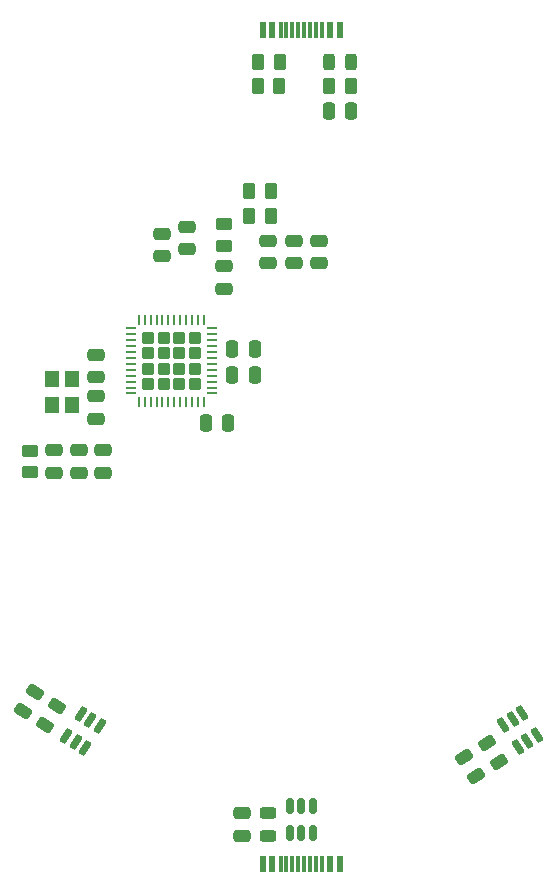
<source format=gbr>
%TF.GenerationSoftware,KiCad,Pcbnew,(6.0.8)*%
%TF.CreationDate,2022-12-04T22:26:40-08:00*%
%TF.ProjectId,Anduril USB Hub,416e6475-7269-46c2-9055-534220487562,rev?*%
%TF.SameCoordinates,Original*%
%TF.FileFunction,Paste,Top*%
%TF.FilePolarity,Positive*%
%FSLAX46Y46*%
G04 Gerber Fmt 4.6, Leading zero omitted, Abs format (unit mm)*
G04 Created by KiCad (PCBNEW (6.0.8)) date 2022-12-04 22:26:40*
%MOMM*%
%LPD*%
G01*
G04 APERTURE LIST*
G04 Aperture macros list*
%AMRoundRect*
0 Rectangle with rounded corners*
0 $1 Rounding radius*
0 $2 $3 $4 $5 $6 $7 $8 $9 X,Y pos of 4 corners*
0 Add a 4 corners polygon primitive as box body*
4,1,4,$2,$3,$4,$5,$6,$7,$8,$9,$2,$3,0*
0 Add four circle primitives for the rounded corners*
1,1,$1+$1,$2,$3*
1,1,$1+$1,$4,$5*
1,1,$1+$1,$6,$7*
1,1,$1+$1,$8,$9*
0 Add four rect primitives between the rounded corners*
20,1,$1+$1,$2,$3,$4,$5,0*
20,1,$1+$1,$4,$5,$6,$7,0*
20,1,$1+$1,$6,$7,$8,$9,0*
20,1,$1+$1,$8,$9,$2,$3,0*%
G04 Aperture macros list end*
%ADD10RoundRect,0.250000X-0.534936X-0.044369X-0.266286X-0.466065X0.534936X0.044369X0.266286X0.466065X0*%
%ADD11RoundRect,0.250000X-0.475000X0.250000X-0.475000X-0.250000X0.475000X-0.250000X0.475000X0.250000X0*%
%ADD12RoundRect,0.150000X0.401875X-0.351643X-0.148857X0.512833X-0.401875X0.351643X0.148857X-0.512833X0*%
%ADD13RoundRect,0.243750X0.456250X-0.243750X0.456250X0.243750X-0.456250X0.243750X-0.456250X-0.243750X0*%
%ADD14RoundRect,0.250000X0.262500X0.450000X-0.262500X0.450000X-0.262500X-0.450000X0.262500X-0.450000X0*%
%ADD15RoundRect,0.250000X-0.262500X-0.450000X0.262500X-0.450000X0.262500X0.450000X-0.262500X0.450000X0*%
%ADD16RoundRect,0.250000X-0.450000X0.262500X-0.450000X-0.262500X0.450000X-0.262500X0.450000X0.262500X0*%
%ADD17RoundRect,0.250000X0.475000X-0.250000X0.475000X0.250000X-0.475000X0.250000X-0.475000X-0.250000X0*%
%ADD18RoundRect,0.150000X0.150000X-0.512500X0.150000X0.512500X-0.150000X0.512500X-0.150000X-0.512500X0*%
%ADD19RoundRect,0.243750X0.253831X-0.450720X0.515764X-0.039566X-0.253831X0.450720X-0.515764X0.039566X0*%
%ADD20R,0.600000X1.450000*%
%ADD21R,0.300000X1.450000*%
%ADD22RoundRect,0.250000X-0.250000X-0.475000X0.250000X-0.475000X0.250000X0.475000X-0.250000X0.475000X0*%
%ADD23RoundRect,0.250000X0.285000X-0.285000X0.285000X0.285000X-0.285000X0.285000X-0.285000X-0.285000X0*%
%ADD24RoundRect,0.062500X0.062500X-0.337500X0.062500X0.337500X-0.062500X0.337500X-0.062500X-0.337500X0*%
%ADD25RoundRect,0.062500X0.337500X-0.062500X0.337500X0.062500X-0.337500X0.062500X-0.337500X-0.062500X0*%
%ADD26RoundRect,0.243750X-0.243750X-0.456250X0.243750X-0.456250X0.243750X0.456250X-0.243750X0.456250X0*%
%ADD27R,1.200000X1.400000*%
%ADD28RoundRect,0.250000X-0.266286X0.466065X-0.534936X0.044369X0.266286X-0.466065X0.534936X-0.044369X0*%
%ADD29RoundRect,0.150000X-0.148857X-0.512833X0.401875X0.351643X0.148857X0.512833X-0.401875X-0.351643X0*%
%ADD30RoundRect,0.243750X0.515764X0.039566X0.253831X0.450720X-0.515764X-0.039566X-0.253831X-0.450720X0*%
G04 APERTURE END LIST*
D10*
%TO.C,C19*%
X126189565Y-99298778D03*
X127210435Y-100901222D03*
%TD*%
D11*
%TO.C,C6*%
X95638342Y-73306379D03*
X95638342Y-75206379D03*
%TD*%
D12*
%TO.C,U4*%
X130709956Y-98469792D03*
X131511178Y-97959358D03*
X132312400Y-97448923D03*
X131090044Y-95530208D03*
X130288822Y-96040642D03*
X129487600Y-96551077D03*
%TD*%
D13*
%TO.C,F3*%
X109550000Y-105937500D03*
X109550000Y-104062500D03*
%TD*%
D14*
%TO.C,FB1*%
X116562500Y-42475000D03*
X114737500Y-42475000D03*
%TD*%
D15*
%TO.C,R1*%
X108712500Y-42450000D03*
X110537500Y-42450000D03*
%TD*%
D16*
%TO.C,R3*%
X89388342Y-73343879D03*
X89388342Y-75168879D03*
%TD*%
D17*
%TO.C,C14*%
X111738342Y-57506379D03*
X111738342Y-55606379D03*
%TD*%
D18*
%TO.C,U3*%
X111450000Y-105737500D03*
X112400000Y-105737500D03*
X113350000Y-105737500D03*
X113350000Y-103462500D03*
X112400000Y-103462500D03*
X111450000Y-103462500D03*
%TD*%
D19*
%TO.C,F2*%
X90696282Y-96590679D03*
X91703718Y-95009321D03*
%TD*%
D11*
%TO.C,C12*%
X91438342Y-73306379D03*
X91438342Y-75206379D03*
%TD*%
D20*
%TO.C,J3*%
X109138342Y-108361379D03*
X109938342Y-108361379D03*
D21*
X111138342Y-108361379D03*
X112138342Y-108361379D03*
X112638342Y-108361379D03*
X113638342Y-108361379D03*
D20*
X114838342Y-108361379D03*
X115638342Y-108361379D03*
X115638342Y-108361379D03*
X114838342Y-108361379D03*
D21*
X114138342Y-108361379D03*
X113138342Y-108361379D03*
X111638342Y-108361379D03*
X110638342Y-108361379D03*
D20*
X109938342Y-108361379D03*
X109138342Y-108361379D03*
%TD*%
D22*
%TO.C,C13*%
X104288342Y-70981379D03*
X106188342Y-70981379D03*
%TD*%
D23*
%TO.C,U1*%
X100728342Y-66416379D03*
X103368342Y-63776379D03*
X102048342Y-66416379D03*
X99408342Y-66416379D03*
X102048342Y-65096379D03*
X99408342Y-67736379D03*
X103368342Y-67736379D03*
X99408342Y-63776379D03*
X102048342Y-67736379D03*
X100728342Y-67736379D03*
X100728342Y-63776379D03*
X99408342Y-65096379D03*
X103368342Y-65096379D03*
X103368342Y-66416379D03*
X100728342Y-65096379D03*
X102048342Y-63776379D03*
D24*
X98638342Y-69206379D03*
X99138342Y-69206379D03*
X99638342Y-69206379D03*
X100138342Y-69206379D03*
X100638342Y-69206379D03*
X101138342Y-69206379D03*
X101638342Y-69206379D03*
X102138342Y-69206379D03*
X102638342Y-69206379D03*
X103138342Y-69206379D03*
X103638342Y-69206379D03*
X104138342Y-69206379D03*
D25*
X104838342Y-68506379D03*
X104838342Y-68006379D03*
X104838342Y-67506379D03*
X104838342Y-67006379D03*
X104838342Y-66506379D03*
X104838342Y-66006379D03*
X104838342Y-65506379D03*
X104838342Y-65006379D03*
X104838342Y-64506379D03*
X104838342Y-64006379D03*
X104838342Y-63506379D03*
X104838342Y-63006379D03*
D24*
X104138342Y-62306379D03*
X103638342Y-62306379D03*
X103138342Y-62306379D03*
X102638342Y-62306379D03*
X102138342Y-62306379D03*
X101638342Y-62306379D03*
X101138342Y-62306379D03*
X100638342Y-62306379D03*
X100138342Y-62306379D03*
X99638342Y-62306379D03*
X99138342Y-62306379D03*
X98638342Y-62306379D03*
D25*
X97938342Y-63006379D03*
X97938342Y-63506379D03*
X97938342Y-64006379D03*
X97938342Y-64506379D03*
X97938342Y-65006379D03*
X97938342Y-65506379D03*
X97938342Y-66006379D03*
X97938342Y-66506379D03*
X97938342Y-67006379D03*
X97938342Y-67506379D03*
X97938342Y-68006379D03*
X97938342Y-68506379D03*
%TD*%
D17*
%TO.C,C16*%
X100588342Y-56906379D03*
X100588342Y-55006379D03*
%TD*%
%TO.C,C9*%
X109588342Y-57506379D03*
X109588342Y-55606379D03*
%TD*%
%TO.C,C3*%
X94988342Y-67156379D03*
X94988342Y-65256379D03*
%TD*%
D22*
%TO.C,C15*%
X106538342Y-66906379D03*
X108438342Y-66906379D03*
%TD*%
D11*
%TO.C,C4*%
X105888342Y-57756379D03*
X105888342Y-59656379D03*
%TD*%
D26*
%TO.C,F1*%
X114700842Y-40406379D03*
X116575842Y-40406379D03*
%TD*%
D20*
%TO.C,J1*%
X115638342Y-37701379D03*
X114838342Y-37701379D03*
D21*
X113638342Y-37701379D03*
X112638342Y-37701379D03*
X112138342Y-37701379D03*
X111138342Y-37701379D03*
D20*
X109938342Y-37701379D03*
X109138342Y-37701379D03*
X109138342Y-37701379D03*
X109938342Y-37701379D03*
D21*
X110638342Y-37701379D03*
X111638342Y-37701379D03*
X113138342Y-37701379D03*
X114138342Y-37701379D03*
D20*
X114838342Y-37701379D03*
X115638342Y-37701379D03*
%TD*%
D27*
%TO.C,Y1*%
X93013342Y-69456379D03*
X93013342Y-67256379D03*
X91313342Y-67256379D03*
X91313342Y-69456379D03*
%TD*%
D17*
%TO.C,C8*%
X102688342Y-56306379D03*
X102688342Y-54406379D03*
%TD*%
%TO.C,C17*%
X113888342Y-57506379D03*
X113888342Y-55606379D03*
%TD*%
D28*
%TO.C,C1*%
X89810435Y-93798778D03*
X88789565Y-95401222D03*
%TD*%
D15*
%TO.C,R4*%
X107975842Y-51406379D03*
X109800842Y-51406379D03*
%TD*%
D11*
%TO.C,C5*%
X107400000Y-104050000D03*
X107400000Y-105950000D03*
%TD*%
D29*
%TO.C,U2*%
X92487600Y-97548923D03*
X93288822Y-98059358D03*
X94090044Y-98569792D03*
X95312400Y-96651077D03*
X94511178Y-96140642D03*
X93709956Y-95630208D03*
%TD*%
D22*
%TO.C,C7*%
X114725000Y-44575000D03*
X116625000Y-44575000D03*
%TD*%
D11*
%TO.C,C10*%
X93538342Y-73306379D03*
X93538342Y-75206379D03*
%TD*%
D17*
%TO.C,C2*%
X94988342Y-70631379D03*
X94988342Y-68731379D03*
%TD*%
D16*
%TO.C,R6*%
X105888342Y-54193879D03*
X105888342Y-56018879D03*
%TD*%
D22*
%TO.C,C11*%
X106538342Y-64756379D03*
X108438342Y-64756379D03*
%TD*%
D14*
%TO.C,R2*%
X110550842Y-40406379D03*
X108725842Y-40406379D03*
%TD*%
D15*
%TO.C,R5*%
X107975842Y-53456379D03*
X109800842Y-53456379D03*
%TD*%
D30*
%TO.C,F4*%
X129103718Y-99690679D03*
X128096282Y-98109321D03*
%TD*%
M02*

</source>
